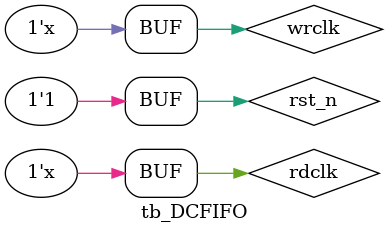
<source format=v>

`timescale 1ns/1ps
module tb_DCFIFO (); /* this is automatically generated */

	reg rst_n;
	reg [1:0] cnt_4;

	//FIFO写端
	reg        wrclk;
	reg  [7:0] data;
	reg        wrreq;
	wire        wrempty;
	wire        wrfull;

	reg wrfull_reg0;
	reg wrfull_reg1;

	wire  [7:0] wrusedw;

	//FIFO读端
	reg        rdclk;
	reg        rdreq;
	wire [15:0] q;
	wire        rdempty;
	wire        rdfull;
	wire  [6:0] rdusedw;

	//初始化时钟、复位
	initial begin
		wrclk = 1'd0;
		rdclk = 1'd0;
		rst_n = 1'd0;
		#14
		rst_n = 1'd1;
	end

	//wrclk：模拟FIFO的写时钟
	always #10 wrclk <= ~wrclk;

	//rdclk：模拟FIFO的读时钟
	always #20 rdclk <= ~rdclk;

	always @(posedge wrclk or negedge rst_n) begin
		if(~rst_n) begin
			cnt_4 <= 2'd0;
		end else begin
			cnt_4 <= cnt_4 + 2'd1;
		end
	end

	always @(posedge wrclk or negedge rst_n) begin
		if(~rst_n) begin
			wrreq <= 1'd0;
		end else if(cnt_4 == 2'd3 && rdreq == 1'd0) begin
			wrreq <= 1'd1;
		end else begin
			wrreq <= 1'd0;
		end
	end

	always @(posedge wrclk or negedge rst_n) begin
		if(~rst_n) begin
			data <= 8'd0;
		end else if(wrreq) begin
			data <= data + 8'd1;
		end else begin
			data <= data;
		end
	end

	always @(posedge rdclk or negedge rst_n) begin
		if(~rst_n) begin
			wrfull_reg0 <= 1'b0;            
			wrfull_reg1 <= 1'b0; 
		end else begin
			wrfull_reg0 <= wrfull;
			wrfull_reg1 <= wrfull_reg0;
		end
	end

	always @(posedge rdclk or negedge rst_n) begin
		if(~rst_n) begin
			rdreq <= 1'd0;
		end else if(wrfull_reg1 == 1'd1) begin
			rdreq <= 1'd1;
		end else if(rdempty == 1'd1) begin
			rdreq <= 1'd0;
		end else begin
			rdreq <= rdreq;
		end
	end



	DCFIFO inst_DCFIFO
		(
			.wrclk   (wrclk),
			.data    (data),
			.wrreq   (wrreq),
			.wrempty (wrempty),
			.wrfull  (wrfull),
			.wrusedw (wrusedw),
			.rdclk   (rdclk),
			.rdreq   (rdreq),
			.q       (q),
			.rdempty (rdempty),
			.rdfull  (rdfull),
			.rdusedw (rdusedw)
		);

	
endmodule

</source>
